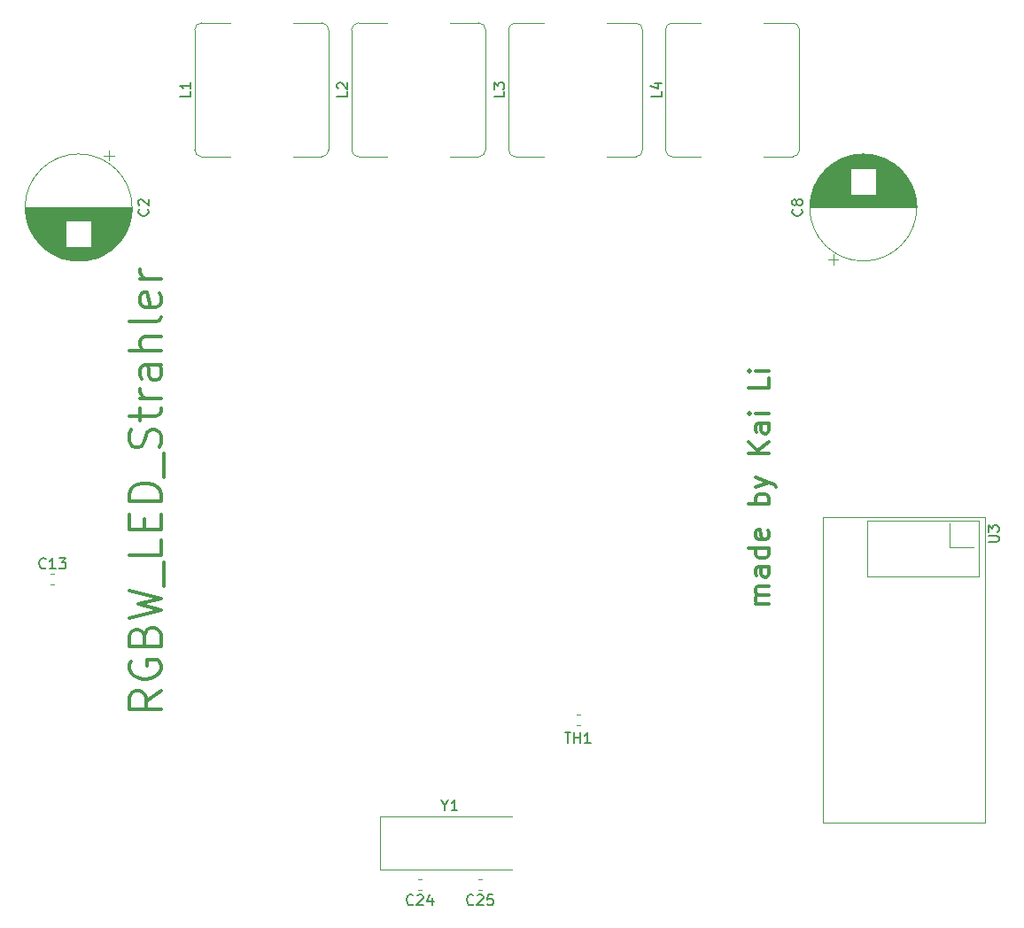
<source format=gto>
G04 #@! TF.GenerationSoftware,KiCad,Pcbnew,(5.1.4)-1*
G04 #@! TF.CreationDate,2019-10-31T11:31:03+01:00*
G04 #@! TF.ProjectId,LED_Strahler,4c45445f-5374-4726-9168-6c65722e6b69,rev?*
G04 #@! TF.SameCoordinates,Original*
G04 #@! TF.FileFunction,Legend,Top*
G04 #@! TF.FilePolarity,Positive*
%FSLAX46Y46*%
G04 Gerber Fmt 4.6, Leading zero omitted, Abs format (unit mm)*
G04 Created by KiCad (PCBNEW (5.1.4)-1) date 2019-10-31 11:31:03*
%MOMM*%
%LPD*%
G04 APERTURE LIST*
%ADD10C,0.300000*%
%ADD11C,0.120000*%
%ADD12C,0.150000*%
G04 APERTURE END LIST*
D10*
X178504761Y-111142857D02*
X177171428Y-111142857D01*
X177361904Y-111142857D02*
X177266666Y-111047619D01*
X177171428Y-110857142D01*
X177171428Y-110571428D01*
X177266666Y-110380952D01*
X177457142Y-110285714D01*
X178504761Y-110285714D01*
X177457142Y-110285714D02*
X177266666Y-110190476D01*
X177171428Y-110000000D01*
X177171428Y-109714285D01*
X177266666Y-109523809D01*
X177457142Y-109428571D01*
X178504761Y-109428571D01*
X178504761Y-107619047D02*
X177457142Y-107619047D01*
X177266666Y-107714285D01*
X177171428Y-107904761D01*
X177171428Y-108285714D01*
X177266666Y-108476190D01*
X178409523Y-107619047D02*
X178504761Y-107809523D01*
X178504761Y-108285714D01*
X178409523Y-108476190D01*
X178219047Y-108571428D01*
X178028571Y-108571428D01*
X177838095Y-108476190D01*
X177742857Y-108285714D01*
X177742857Y-107809523D01*
X177647619Y-107619047D01*
X178504761Y-105809523D02*
X176504761Y-105809523D01*
X178409523Y-105809523D02*
X178504761Y-106000000D01*
X178504761Y-106380952D01*
X178409523Y-106571428D01*
X178314285Y-106666666D01*
X178123809Y-106761904D01*
X177552380Y-106761904D01*
X177361904Y-106666666D01*
X177266666Y-106571428D01*
X177171428Y-106380952D01*
X177171428Y-106000000D01*
X177266666Y-105809523D01*
X178409523Y-104095238D02*
X178504761Y-104285714D01*
X178504761Y-104666666D01*
X178409523Y-104857142D01*
X178219047Y-104952380D01*
X177457142Y-104952380D01*
X177266666Y-104857142D01*
X177171428Y-104666666D01*
X177171428Y-104285714D01*
X177266666Y-104095238D01*
X177457142Y-104000000D01*
X177647619Y-104000000D01*
X177838095Y-104952380D01*
X178504761Y-101619047D02*
X176504761Y-101619047D01*
X177266666Y-101619047D02*
X177171428Y-101428571D01*
X177171428Y-101047619D01*
X177266666Y-100857142D01*
X177361904Y-100761904D01*
X177552380Y-100666666D01*
X178123809Y-100666666D01*
X178314285Y-100761904D01*
X178409523Y-100857142D01*
X178504761Y-101047619D01*
X178504761Y-101428571D01*
X178409523Y-101619047D01*
X177171428Y-100000000D02*
X178504761Y-99523809D01*
X177171428Y-99047619D02*
X178504761Y-99523809D01*
X178980952Y-99714285D01*
X179076190Y-99809523D01*
X179171428Y-100000000D01*
X178504761Y-96761904D02*
X176504761Y-96761904D01*
X178504761Y-95619047D02*
X177361904Y-96476190D01*
X176504761Y-95619047D02*
X177647619Y-96761904D01*
X178504761Y-93904761D02*
X177457142Y-93904761D01*
X177266666Y-94000000D01*
X177171428Y-94190476D01*
X177171428Y-94571428D01*
X177266666Y-94761904D01*
X178409523Y-93904761D02*
X178504761Y-94095238D01*
X178504761Y-94571428D01*
X178409523Y-94761904D01*
X178219047Y-94857142D01*
X178028571Y-94857142D01*
X177838095Y-94761904D01*
X177742857Y-94571428D01*
X177742857Y-94095238D01*
X177647619Y-93904761D01*
X178504761Y-92952380D02*
X177171428Y-92952380D01*
X176504761Y-92952380D02*
X176600000Y-93047619D01*
X176695238Y-92952380D01*
X176600000Y-92857142D01*
X176504761Y-92952380D01*
X176695238Y-92952380D01*
X178504761Y-89523809D02*
X178504761Y-90476190D01*
X176504761Y-90476190D01*
X178504761Y-88857142D02*
X177171428Y-88857142D01*
X176504761Y-88857142D02*
X176600000Y-88952380D01*
X176695238Y-88857142D01*
X176600000Y-88761904D01*
X176504761Y-88857142D01*
X176695238Y-88857142D01*
X120357142Y-119471428D02*
X118928571Y-120471428D01*
X120357142Y-121185714D02*
X117357142Y-121185714D01*
X117357142Y-120042857D01*
X117500000Y-119757142D01*
X117642857Y-119614285D01*
X117928571Y-119471428D01*
X118357142Y-119471428D01*
X118642857Y-119614285D01*
X118785714Y-119757142D01*
X118928571Y-120042857D01*
X118928571Y-121185714D01*
X117500000Y-116614285D02*
X117357142Y-116900000D01*
X117357142Y-117328571D01*
X117500000Y-117757142D01*
X117785714Y-118042857D01*
X118071428Y-118185714D01*
X118642857Y-118328571D01*
X119071428Y-118328571D01*
X119642857Y-118185714D01*
X119928571Y-118042857D01*
X120214285Y-117757142D01*
X120357142Y-117328571D01*
X120357142Y-117042857D01*
X120214285Y-116614285D01*
X120071428Y-116471428D01*
X119071428Y-116471428D01*
X119071428Y-117042857D01*
X118785714Y-114185714D02*
X118928571Y-113757142D01*
X119071428Y-113614285D01*
X119357142Y-113471428D01*
X119785714Y-113471428D01*
X120071428Y-113614285D01*
X120214285Y-113757142D01*
X120357142Y-114042857D01*
X120357142Y-115185714D01*
X117357142Y-115185714D01*
X117357142Y-114185714D01*
X117500000Y-113900000D01*
X117642857Y-113757142D01*
X117928571Y-113614285D01*
X118214285Y-113614285D01*
X118500000Y-113757142D01*
X118642857Y-113900000D01*
X118785714Y-114185714D01*
X118785714Y-115185714D01*
X117357142Y-112471428D02*
X120357142Y-111757142D01*
X118214285Y-111185714D01*
X120357142Y-110614285D01*
X117357142Y-109900000D01*
X120642857Y-109471428D02*
X120642857Y-107185714D01*
X120357142Y-105042857D02*
X120357142Y-106471428D01*
X117357142Y-106471428D01*
X118785714Y-104042857D02*
X118785714Y-103042857D01*
X120357142Y-102614285D02*
X120357142Y-104042857D01*
X117357142Y-104042857D01*
X117357142Y-102614285D01*
X120357142Y-101328571D02*
X117357142Y-101328571D01*
X117357142Y-100614285D01*
X117500000Y-100185714D01*
X117785714Y-99900000D01*
X118071428Y-99757142D01*
X118642857Y-99614285D01*
X119071428Y-99614285D01*
X119642857Y-99757142D01*
X119928571Y-99900000D01*
X120214285Y-100185714D01*
X120357142Y-100614285D01*
X120357142Y-101328571D01*
X120642857Y-99042857D02*
X120642857Y-96757142D01*
X120214285Y-96185714D02*
X120357142Y-95757142D01*
X120357142Y-95042857D01*
X120214285Y-94757142D01*
X120071428Y-94614285D01*
X119785714Y-94471428D01*
X119500000Y-94471428D01*
X119214285Y-94614285D01*
X119071428Y-94757142D01*
X118928571Y-95042857D01*
X118785714Y-95614285D01*
X118642857Y-95900000D01*
X118500000Y-96042857D01*
X118214285Y-96185714D01*
X117928571Y-96185714D01*
X117642857Y-96042857D01*
X117500000Y-95900000D01*
X117357142Y-95614285D01*
X117357142Y-94900000D01*
X117500000Y-94471428D01*
X118357142Y-93614285D02*
X118357142Y-92471428D01*
X117357142Y-93185714D02*
X119928571Y-93185714D01*
X120214285Y-93042857D01*
X120357142Y-92757142D01*
X120357142Y-92471428D01*
X120357142Y-91471428D02*
X118357142Y-91471428D01*
X118928571Y-91471428D02*
X118642857Y-91328571D01*
X118500000Y-91185714D01*
X118357142Y-90900000D01*
X118357142Y-90614285D01*
X120357142Y-88328571D02*
X118785714Y-88328571D01*
X118500000Y-88471428D01*
X118357142Y-88757142D01*
X118357142Y-89328571D01*
X118500000Y-89614285D01*
X120214285Y-88328571D02*
X120357142Y-88614285D01*
X120357142Y-89328571D01*
X120214285Y-89614285D01*
X119928571Y-89757142D01*
X119642857Y-89757142D01*
X119357142Y-89614285D01*
X119214285Y-89328571D01*
X119214285Y-88614285D01*
X119071428Y-88328571D01*
X120357142Y-86900000D02*
X117357142Y-86900000D01*
X120357142Y-85614285D02*
X118785714Y-85614285D01*
X118500000Y-85757142D01*
X118357142Y-86042857D01*
X118357142Y-86471428D01*
X118500000Y-86757142D01*
X118642857Y-86900000D01*
X120357142Y-83757142D02*
X120214285Y-84042857D01*
X119928571Y-84185714D01*
X117357142Y-84185714D01*
X120214285Y-81471428D02*
X120357142Y-81757142D01*
X120357142Y-82328571D01*
X120214285Y-82614285D01*
X119928571Y-82757142D01*
X118785714Y-82757142D01*
X118500000Y-82614285D01*
X118357142Y-82328571D01*
X118357142Y-81757142D01*
X118500000Y-81471428D01*
X118785714Y-81328571D01*
X119071428Y-81328571D01*
X119357142Y-82757142D01*
X120357142Y-80042857D02*
X118357142Y-80042857D01*
X118928571Y-80042857D02*
X118642857Y-79900000D01*
X118500000Y-79757142D01*
X118357142Y-79471428D01*
X118357142Y-79185714D01*
D11*
X141300000Y-136550000D02*
X153900000Y-136550000D01*
X141300000Y-131450000D02*
X141300000Y-136550000D01*
X153900000Y-131450000D02*
X141300000Y-131450000D01*
X151046267Y-137490000D02*
X150703733Y-137490000D01*
X151046267Y-138510000D02*
X150703733Y-138510000D01*
X145296267Y-137490000D02*
X144953733Y-137490000D01*
X145296267Y-138510000D02*
X144953733Y-138510000D01*
X198524000Y-103190000D02*
X198524000Y-103190000D01*
X187856000Y-103190000D02*
X198524000Y-103190000D01*
X199100000Y-102860000D02*
X199100000Y-102860000D01*
X183650000Y-102860000D02*
X199100000Y-102860000D01*
X183650000Y-132060000D02*
X183650000Y-102860000D01*
X199100000Y-132060000D02*
X183650000Y-132060000D01*
X199100000Y-102860000D02*
X199100000Y-132060000D01*
X195730000Y-103444000D02*
X195730000Y-103444000D01*
X195730000Y-105730000D02*
X195730000Y-103444000D01*
X198016000Y-105730000D02*
X195730000Y-105730000D01*
X187856000Y-103190000D02*
X187856000Y-103190000D01*
X187856000Y-108524000D02*
X187856000Y-103190000D01*
X198524000Y-108524000D02*
X187856000Y-108524000D01*
X198524000Y-103190000D02*
X198524000Y-108524000D01*
X160078733Y-122760000D02*
X160421267Y-122760000D01*
X160078733Y-121740000D02*
X160421267Y-121740000D01*
X168600000Y-56250000D02*
G75*
G02X169250000Y-55600000I650000J0D01*
G01*
X180750000Y-55600000D02*
G75*
G02X181400000Y-56250000I0J-650000D01*
G01*
X181400000Y-67750000D02*
G75*
G02X180750000Y-68400000I-650000J0D01*
G01*
X169250000Y-68400000D02*
G75*
G02X168600000Y-67750000I0J650000D01*
G01*
X178000000Y-55600000D02*
X180750000Y-55600000D01*
X178000000Y-68400000D02*
X180750000Y-68400000D01*
X169250000Y-55600000D02*
X172000000Y-55600000D01*
X181400000Y-56250000D02*
X181400000Y-67750000D01*
X169250000Y-68400000D02*
X172000000Y-68400000D01*
X168600000Y-67750000D02*
X168600000Y-56250000D01*
X153600000Y-56250000D02*
G75*
G02X154250000Y-55600000I650000J0D01*
G01*
X165750000Y-55600000D02*
G75*
G02X166400000Y-56250000I0J-650000D01*
G01*
X166400000Y-67750000D02*
G75*
G02X165750000Y-68400000I-650000J0D01*
G01*
X154250000Y-68400000D02*
G75*
G02X153600000Y-67750000I0J650000D01*
G01*
X163000000Y-55600000D02*
X165750000Y-55600000D01*
X163000000Y-68400000D02*
X165750000Y-68400000D01*
X154250000Y-55600000D02*
X157000000Y-55600000D01*
X166400000Y-56250000D02*
X166400000Y-67750000D01*
X154250000Y-68400000D02*
X157000000Y-68400000D01*
X153600000Y-67750000D02*
X153600000Y-56250000D01*
X138600000Y-56250000D02*
G75*
G02X139250000Y-55600000I650000J0D01*
G01*
X150750000Y-55600000D02*
G75*
G02X151400000Y-56250000I0J-650000D01*
G01*
X151400000Y-67750000D02*
G75*
G02X150750000Y-68400000I-650000J0D01*
G01*
X139250000Y-68400000D02*
G75*
G02X138600000Y-67750000I0J650000D01*
G01*
X148000000Y-55600000D02*
X150750000Y-55600000D01*
X148000000Y-68400000D02*
X150750000Y-68400000D01*
X139250000Y-55600000D02*
X142000000Y-55600000D01*
X151400000Y-56250000D02*
X151400000Y-67750000D01*
X139250000Y-68400000D02*
X142000000Y-68400000D01*
X138600000Y-67750000D02*
X138600000Y-56250000D01*
X123600000Y-56250000D02*
G75*
G02X124250000Y-55600000I650000J0D01*
G01*
X135750000Y-55600000D02*
G75*
G02X136400000Y-56250000I0J-650000D01*
G01*
X136400000Y-67750000D02*
G75*
G02X135750000Y-68400000I-650000J0D01*
G01*
X124250000Y-68400000D02*
G75*
G02X123600000Y-67750000I0J650000D01*
G01*
X133000000Y-55600000D02*
X135750000Y-55600000D01*
X133000000Y-68400000D02*
X135750000Y-68400000D01*
X124250000Y-55600000D02*
X127000000Y-55600000D01*
X136400000Y-56250000D02*
X136400000Y-67750000D01*
X124250000Y-68400000D02*
X127000000Y-68400000D01*
X123600000Y-67750000D02*
X123600000Y-56250000D01*
X109828733Y-109260000D02*
X110171267Y-109260000D01*
X109828733Y-108240000D02*
X110171267Y-108240000D01*
X184125000Y-78229646D02*
X185125000Y-78229646D01*
X184625000Y-78729646D02*
X184625000Y-77729646D01*
X186901000Y-68169000D02*
X188099000Y-68169000D01*
X186638000Y-68209000D02*
X188362000Y-68209000D01*
X186438000Y-68249000D02*
X188562000Y-68249000D01*
X186270000Y-68289000D02*
X188730000Y-68289000D01*
X186122000Y-68329000D02*
X188878000Y-68329000D01*
X185990000Y-68369000D02*
X189010000Y-68369000D01*
X185870000Y-68409000D02*
X189130000Y-68409000D01*
X185758000Y-68449000D02*
X189242000Y-68449000D01*
X185654000Y-68489000D02*
X189346000Y-68489000D01*
X185556000Y-68529000D02*
X189444000Y-68529000D01*
X185463000Y-68569000D02*
X189537000Y-68569000D01*
X185375000Y-68609000D02*
X189625000Y-68609000D01*
X185291000Y-68649000D02*
X189709000Y-68649000D01*
X185211000Y-68689000D02*
X189789000Y-68689000D01*
X185135000Y-68729000D02*
X189865000Y-68729000D01*
X185061000Y-68769000D02*
X189939000Y-68769000D01*
X184990000Y-68809000D02*
X190010000Y-68809000D01*
X184921000Y-68849000D02*
X190079000Y-68849000D01*
X184855000Y-68889000D02*
X190145000Y-68889000D01*
X184791000Y-68929000D02*
X190209000Y-68929000D01*
X184730000Y-68969000D02*
X190270000Y-68969000D01*
X184670000Y-69009000D02*
X190330000Y-69009000D01*
X184611000Y-69049000D02*
X190389000Y-69049000D01*
X184555000Y-69089000D02*
X190445000Y-69089000D01*
X184500000Y-69129000D02*
X190500000Y-69129000D01*
X184446000Y-69169000D02*
X190554000Y-69169000D01*
X184394000Y-69209000D02*
X190606000Y-69209000D01*
X184344000Y-69249000D02*
X190656000Y-69249000D01*
X184294000Y-69289000D02*
X190706000Y-69289000D01*
X184246000Y-69329000D02*
X190754000Y-69329000D01*
X184199000Y-69369000D02*
X190801000Y-69369000D01*
X184153000Y-69409000D02*
X190847000Y-69409000D01*
X184108000Y-69449000D02*
X190892000Y-69449000D01*
X184064000Y-69489000D02*
X190936000Y-69489000D01*
X188741000Y-69529000D02*
X190978000Y-69529000D01*
X184022000Y-69529000D02*
X186259000Y-69529000D01*
X188741000Y-69569000D02*
X191020000Y-69569000D01*
X183980000Y-69569000D02*
X186259000Y-69569000D01*
X188741000Y-69609000D02*
X191061000Y-69609000D01*
X183939000Y-69609000D02*
X186259000Y-69609000D01*
X188741000Y-69649000D02*
X191101000Y-69649000D01*
X183899000Y-69649000D02*
X186259000Y-69649000D01*
X188741000Y-69689000D02*
X191140000Y-69689000D01*
X183860000Y-69689000D02*
X186259000Y-69689000D01*
X188741000Y-69729000D02*
X191179000Y-69729000D01*
X183821000Y-69729000D02*
X186259000Y-69729000D01*
X188741000Y-69769000D02*
X191216000Y-69769000D01*
X183784000Y-69769000D02*
X186259000Y-69769000D01*
X188741000Y-69809000D02*
X191253000Y-69809000D01*
X183747000Y-69809000D02*
X186259000Y-69809000D01*
X188741000Y-69849000D02*
X191289000Y-69849000D01*
X183711000Y-69849000D02*
X186259000Y-69849000D01*
X188741000Y-69889000D02*
X191324000Y-69889000D01*
X183676000Y-69889000D02*
X186259000Y-69889000D01*
X188741000Y-69929000D02*
X191358000Y-69929000D01*
X183642000Y-69929000D02*
X186259000Y-69929000D01*
X188741000Y-69969000D02*
X191392000Y-69969000D01*
X183608000Y-69969000D02*
X186259000Y-69969000D01*
X188741000Y-70009000D02*
X191425000Y-70009000D01*
X183575000Y-70009000D02*
X186259000Y-70009000D01*
X188741000Y-70049000D02*
X191457000Y-70049000D01*
X183543000Y-70049000D02*
X186259000Y-70049000D01*
X188741000Y-70089000D02*
X191489000Y-70089000D01*
X183511000Y-70089000D02*
X186259000Y-70089000D01*
X188741000Y-70129000D02*
X191520000Y-70129000D01*
X183480000Y-70129000D02*
X186259000Y-70129000D01*
X188741000Y-70169000D02*
X191550000Y-70169000D01*
X183450000Y-70169000D02*
X186259000Y-70169000D01*
X188741000Y-70209000D02*
X191580000Y-70209000D01*
X183420000Y-70209000D02*
X186259000Y-70209000D01*
X188741000Y-70249000D02*
X191610000Y-70249000D01*
X183390000Y-70249000D02*
X186259000Y-70249000D01*
X188741000Y-70289000D02*
X191638000Y-70289000D01*
X183362000Y-70289000D02*
X186259000Y-70289000D01*
X188741000Y-70329000D02*
X191666000Y-70329000D01*
X183334000Y-70329000D02*
X186259000Y-70329000D01*
X188741000Y-70369000D02*
X191694000Y-70369000D01*
X183306000Y-70369000D02*
X186259000Y-70369000D01*
X188741000Y-70409000D02*
X191721000Y-70409000D01*
X183279000Y-70409000D02*
X186259000Y-70409000D01*
X188741000Y-70449000D02*
X191747000Y-70449000D01*
X183253000Y-70449000D02*
X186259000Y-70449000D01*
X188741000Y-70489000D02*
X191773000Y-70489000D01*
X183227000Y-70489000D02*
X186259000Y-70489000D01*
X188741000Y-70529000D02*
X191798000Y-70529000D01*
X183202000Y-70529000D02*
X186259000Y-70529000D01*
X188741000Y-70569000D02*
X191823000Y-70569000D01*
X183177000Y-70569000D02*
X186259000Y-70569000D01*
X188741000Y-70609000D02*
X191847000Y-70609000D01*
X183153000Y-70609000D02*
X186259000Y-70609000D01*
X188741000Y-70649000D02*
X191871000Y-70649000D01*
X183129000Y-70649000D02*
X186259000Y-70649000D01*
X188741000Y-70689000D02*
X191895000Y-70689000D01*
X183105000Y-70689000D02*
X186259000Y-70689000D01*
X188741000Y-70729000D02*
X191917000Y-70729000D01*
X183083000Y-70729000D02*
X186259000Y-70729000D01*
X188741000Y-70769000D02*
X191940000Y-70769000D01*
X183060000Y-70769000D02*
X186259000Y-70769000D01*
X188741000Y-70809000D02*
X191962000Y-70809000D01*
X183038000Y-70809000D02*
X186259000Y-70809000D01*
X188741000Y-70849000D02*
X191983000Y-70849000D01*
X183017000Y-70849000D02*
X186259000Y-70849000D01*
X188741000Y-70889000D02*
X192004000Y-70889000D01*
X182996000Y-70889000D02*
X186259000Y-70889000D01*
X188741000Y-70929000D02*
X192025000Y-70929000D01*
X182975000Y-70929000D02*
X186259000Y-70929000D01*
X188741000Y-70969000D02*
X192045000Y-70969000D01*
X182955000Y-70969000D02*
X186259000Y-70969000D01*
X188741000Y-71009000D02*
X192064000Y-71009000D01*
X182936000Y-71009000D02*
X186259000Y-71009000D01*
X188741000Y-71049000D02*
X192084000Y-71049000D01*
X182916000Y-71049000D02*
X186259000Y-71049000D01*
X188741000Y-71089000D02*
X192103000Y-71089000D01*
X182897000Y-71089000D02*
X186259000Y-71089000D01*
X188741000Y-71129000D02*
X192121000Y-71129000D01*
X182879000Y-71129000D02*
X186259000Y-71129000D01*
X188741000Y-71169000D02*
X192139000Y-71169000D01*
X182861000Y-71169000D02*
X186259000Y-71169000D01*
X188741000Y-71209000D02*
X192157000Y-71209000D01*
X182843000Y-71209000D02*
X186259000Y-71209000D01*
X188741000Y-71249000D02*
X192174000Y-71249000D01*
X182826000Y-71249000D02*
X186259000Y-71249000D01*
X188741000Y-71289000D02*
X192190000Y-71289000D01*
X182810000Y-71289000D02*
X186259000Y-71289000D01*
X188741000Y-71329000D02*
X192207000Y-71329000D01*
X182793000Y-71329000D02*
X186259000Y-71329000D01*
X188741000Y-71369000D02*
X192223000Y-71369000D01*
X182777000Y-71369000D02*
X186259000Y-71369000D01*
X188741000Y-71409000D02*
X192238000Y-71409000D01*
X182762000Y-71409000D02*
X186259000Y-71409000D01*
X188741000Y-71449000D02*
X192254000Y-71449000D01*
X182746000Y-71449000D02*
X186259000Y-71449000D01*
X188741000Y-71489000D02*
X192268000Y-71489000D01*
X182732000Y-71489000D02*
X186259000Y-71489000D01*
X188741000Y-71529000D02*
X192283000Y-71529000D01*
X182717000Y-71529000D02*
X186259000Y-71529000D01*
X188741000Y-71569000D02*
X192297000Y-71569000D01*
X182703000Y-71569000D02*
X186259000Y-71569000D01*
X188741000Y-71609000D02*
X192311000Y-71609000D01*
X182689000Y-71609000D02*
X186259000Y-71609000D01*
X188741000Y-71649000D02*
X192324000Y-71649000D01*
X182676000Y-71649000D02*
X186259000Y-71649000D01*
X188741000Y-71689000D02*
X192337000Y-71689000D01*
X182663000Y-71689000D02*
X186259000Y-71689000D01*
X188741000Y-71729000D02*
X192350000Y-71729000D01*
X182650000Y-71729000D02*
X186259000Y-71729000D01*
X188741000Y-71769000D02*
X192362000Y-71769000D01*
X182638000Y-71769000D02*
X186259000Y-71769000D01*
X188741000Y-71809000D02*
X192374000Y-71809000D01*
X182626000Y-71809000D02*
X186259000Y-71809000D01*
X188741000Y-71849000D02*
X192385000Y-71849000D01*
X182615000Y-71849000D02*
X186259000Y-71849000D01*
X188741000Y-71889000D02*
X192397000Y-71889000D01*
X182603000Y-71889000D02*
X186259000Y-71889000D01*
X188741000Y-71929000D02*
X192407000Y-71929000D01*
X182593000Y-71929000D02*
X186259000Y-71929000D01*
X188741000Y-71969000D02*
X192418000Y-71969000D01*
X182582000Y-71969000D02*
X186259000Y-71969000D01*
X182572000Y-72009000D02*
X192428000Y-72009000D01*
X182562000Y-72049000D02*
X192438000Y-72049000D01*
X182553000Y-72089000D02*
X192447000Y-72089000D01*
X182544000Y-72129000D02*
X192456000Y-72129000D01*
X182535000Y-72169000D02*
X192465000Y-72169000D01*
X182526000Y-72209000D02*
X192474000Y-72209000D01*
X182518000Y-72249000D02*
X192482000Y-72249000D01*
X182510000Y-72289000D02*
X192490000Y-72289000D01*
X182503000Y-72329000D02*
X192497000Y-72329000D01*
X182496000Y-72369000D02*
X192504000Y-72369000D01*
X182489000Y-72409000D02*
X192511000Y-72409000D01*
X182482000Y-72449000D02*
X192518000Y-72449000D01*
X182476000Y-72489000D02*
X192524000Y-72489000D01*
X182470000Y-72529000D02*
X192530000Y-72529000D01*
X182465000Y-72570000D02*
X192535000Y-72570000D01*
X182460000Y-72610000D02*
X192540000Y-72610000D01*
X182455000Y-72650000D02*
X192545000Y-72650000D01*
X182450000Y-72690000D02*
X192550000Y-72690000D01*
X182446000Y-72730000D02*
X192554000Y-72730000D01*
X182442000Y-72770000D02*
X192558000Y-72770000D01*
X182438000Y-72810000D02*
X192562000Y-72810000D01*
X182435000Y-72850000D02*
X192565000Y-72850000D01*
X182432000Y-72890000D02*
X192568000Y-72890000D01*
X182430000Y-72930000D02*
X192570000Y-72930000D01*
X182427000Y-72970000D02*
X192573000Y-72970000D01*
X182425000Y-73010000D02*
X192575000Y-73010000D01*
X182423000Y-73050000D02*
X192577000Y-73050000D01*
X182422000Y-73090000D02*
X192578000Y-73090000D01*
X182421000Y-73130000D02*
X192579000Y-73130000D01*
X182420000Y-73170000D02*
X192580000Y-73170000D01*
X182420000Y-73210000D02*
X192580000Y-73210000D01*
X182420000Y-73250000D02*
X192580000Y-73250000D01*
X192620000Y-73250000D02*
G75*
G03X192620000Y-73250000I-5120000J0D01*
G01*
X115875000Y-68270354D02*
X114875000Y-68270354D01*
X115375000Y-67770354D02*
X115375000Y-68770354D01*
X113099000Y-78331000D02*
X111901000Y-78331000D01*
X113362000Y-78291000D02*
X111638000Y-78291000D01*
X113562000Y-78251000D02*
X111438000Y-78251000D01*
X113730000Y-78211000D02*
X111270000Y-78211000D01*
X113878000Y-78171000D02*
X111122000Y-78171000D01*
X114010000Y-78131000D02*
X110990000Y-78131000D01*
X114130000Y-78091000D02*
X110870000Y-78091000D01*
X114242000Y-78051000D02*
X110758000Y-78051000D01*
X114346000Y-78011000D02*
X110654000Y-78011000D01*
X114444000Y-77971000D02*
X110556000Y-77971000D01*
X114537000Y-77931000D02*
X110463000Y-77931000D01*
X114625000Y-77891000D02*
X110375000Y-77891000D01*
X114709000Y-77851000D02*
X110291000Y-77851000D01*
X114789000Y-77811000D02*
X110211000Y-77811000D01*
X114865000Y-77771000D02*
X110135000Y-77771000D01*
X114939000Y-77731000D02*
X110061000Y-77731000D01*
X115010000Y-77691000D02*
X109990000Y-77691000D01*
X115079000Y-77651000D02*
X109921000Y-77651000D01*
X115145000Y-77611000D02*
X109855000Y-77611000D01*
X115209000Y-77571000D02*
X109791000Y-77571000D01*
X115270000Y-77531000D02*
X109730000Y-77531000D01*
X115330000Y-77491000D02*
X109670000Y-77491000D01*
X115389000Y-77451000D02*
X109611000Y-77451000D01*
X115445000Y-77411000D02*
X109555000Y-77411000D01*
X115500000Y-77371000D02*
X109500000Y-77371000D01*
X115554000Y-77331000D02*
X109446000Y-77331000D01*
X115606000Y-77291000D02*
X109394000Y-77291000D01*
X115656000Y-77251000D02*
X109344000Y-77251000D01*
X115706000Y-77211000D02*
X109294000Y-77211000D01*
X115754000Y-77171000D02*
X109246000Y-77171000D01*
X115801000Y-77131000D02*
X109199000Y-77131000D01*
X115847000Y-77091000D02*
X109153000Y-77091000D01*
X115892000Y-77051000D02*
X109108000Y-77051000D01*
X115936000Y-77011000D02*
X109064000Y-77011000D01*
X111259000Y-76971000D02*
X109022000Y-76971000D01*
X115978000Y-76971000D02*
X113741000Y-76971000D01*
X111259000Y-76931000D02*
X108980000Y-76931000D01*
X116020000Y-76931000D02*
X113741000Y-76931000D01*
X111259000Y-76891000D02*
X108939000Y-76891000D01*
X116061000Y-76891000D02*
X113741000Y-76891000D01*
X111259000Y-76851000D02*
X108899000Y-76851000D01*
X116101000Y-76851000D02*
X113741000Y-76851000D01*
X111259000Y-76811000D02*
X108860000Y-76811000D01*
X116140000Y-76811000D02*
X113741000Y-76811000D01*
X111259000Y-76771000D02*
X108821000Y-76771000D01*
X116179000Y-76771000D02*
X113741000Y-76771000D01*
X111259000Y-76731000D02*
X108784000Y-76731000D01*
X116216000Y-76731000D02*
X113741000Y-76731000D01*
X111259000Y-76691000D02*
X108747000Y-76691000D01*
X116253000Y-76691000D02*
X113741000Y-76691000D01*
X111259000Y-76651000D02*
X108711000Y-76651000D01*
X116289000Y-76651000D02*
X113741000Y-76651000D01*
X111259000Y-76611000D02*
X108676000Y-76611000D01*
X116324000Y-76611000D02*
X113741000Y-76611000D01*
X111259000Y-76571000D02*
X108642000Y-76571000D01*
X116358000Y-76571000D02*
X113741000Y-76571000D01*
X111259000Y-76531000D02*
X108608000Y-76531000D01*
X116392000Y-76531000D02*
X113741000Y-76531000D01*
X111259000Y-76491000D02*
X108575000Y-76491000D01*
X116425000Y-76491000D02*
X113741000Y-76491000D01*
X111259000Y-76451000D02*
X108543000Y-76451000D01*
X116457000Y-76451000D02*
X113741000Y-76451000D01*
X111259000Y-76411000D02*
X108511000Y-76411000D01*
X116489000Y-76411000D02*
X113741000Y-76411000D01*
X111259000Y-76371000D02*
X108480000Y-76371000D01*
X116520000Y-76371000D02*
X113741000Y-76371000D01*
X111259000Y-76331000D02*
X108450000Y-76331000D01*
X116550000Y-76331000D02*
X113741000Y-76331000D01*
X111259000Y-76291000D02*
X108420000Y-76291000D01*
X116580000Y-76291000D02*
X113741000Y-76291000D01*
X111259000Y-76251000D02*
X108390000Y-76251000D01*
X116610000Y-76251000D02*
X113741000Y-76251000D01*
X111259000Y-76211000D02*
X108362000Y-76211000D01*
X116638000Y-76211000D02*
X113741000Y-76211000D01*
X111259000Y-76171000D02*
X108334000Y-76171000D01*
X116666000Y-76171000D02*
X113741000Y-76171000D01*
X111259000Y-76131000D02*
X108306000Y-76131000D01*
X116694000Y-76131000D02*
X113741000Y-76131000D01*
X111259000Y-76091000D02*
X108279000Y-76091000D01*
X116721000Y-76091000D02*
X113741000Y-76091000D01*
X111259000Y-76051000D02*
X108253000Y-76051000D01*
X116747000Y-76051000D02*
X113741000Y-76051000D01*
X111259000Y-76011000D02*
X108227000Y-76011000D01*
X116773000Y-76011000D02*
X113741000Y-76011000D01*
X111259000Y-75971000D02*
X108202000Y-75971000D01*
X116798000Y-75971000D02*
X113741000Y-75971000D01*
X111259000Y-75931000D02*
X108177000Y-75931000D01*
X116823000Y-75931000D02*
X113741000Y-75931000D01*
X111259000Y-75891000D02*
X108153000Y-75891000D01*
X116847000Y-75891000D02*
X113741000Y-75891000D01*
X111259000Y-75851000D02*
X108129000Y-75851000D01*
X116871000Y-75851000D02*
X113741000Y-75851000D01*
X111259000Y-75811000D02*
X108105000Y-75811000D01*
X116895000Y-75811000D02*
X113741000Y-75811000D01*
X111259000Y-75771000D02*
X108083000Y-75771000D01*
X116917000Y-75771000D02*
X113741000Y-75771000D01*
X111259000Y-75731000D02*
X108060000Y-75731000D01*
X116940000Y-75731000D02*
X113741000Y-75731000D01*
X111259000Y-75691000D02*
X108038000Y-75691000D01*
X116962000Y-75691000D02*
X113741000Y-75691000D01*
X111259000Y-75651000D02*
X108017000Y-75651000D01*
X116983000Y-75651000D02*
X113741000Y-75651000D01*
X111259000Y-75611000D02*
X107996000Y-75611000D01*
X117004000Y-75611000D02*
X113741000Y-75611000D01*
X111259000Y-75571000D02*
X107975000Y-75571000D01*
X117025000Y-75571000D02*
X113741000Y-75571000D01*
X111259000Y-75531000D02*
X107955000Y-75531000D01*
X117045000Y-75531000D02*
X113741000Y-75531000D01*
X111259000Y-75491000D02*
X107936000Y-75491000D01*
X117064000Y-75491000D02*
X113741000Y-75491000D01*
X111259000Y-75451000D02*
X107916000Y-75451000D01*
X117084000Y-75451000D02*
X113741000Y-75451000D01*
X111259000Y-75411000D02*
X107897000Y-75411000D01*
X117103000Y-75411000D02*
X113741000Y-75411000D01*
X111259000Y-75371000D02*
X107879000Y-75371000D01*
X117121000Y-75371000D02*
X113741000Y-75371000D01*
X111259000Y-75331000D02*
X107861000Y-75331000D01*
X117139000Y-75331000D02*
X113741000Y-75331000D01*
X111259000Y-75291000D02*
X107843000Y-75291000D01*
X117157000Y-75291000D02*
X113741000Y-75291000D01*
X111259000Y-75251000D02*
X107826000Y-75251000D01*
X117174000Y-75251000D02*
X113741000Y-75251000D01*
X111259000Y-75211000D02*
X107810000Y-75211000D01*
X117190000Y-75211000D02*
X113741000Y-75211000D01*
X111259000Y-75171000D02*
X107793000Y-75171000D01*
X117207000Y-75171000D02*
X113741000Y-75171000D01*
X111259000Y-75131000D02*
X107777000Y-75131000D01*
X117223000Y-75131000D02*
X113741000Y-75131000D01*
X111259000Y-75091000D02*
X107762000Y-75091000D01*
X117238000Y-75091000D02*
X113741000Y-75091000D01*
X111259000Y-75051000D02*
X107746000Y-75051000D01*
X117254000Y-75051000D02*
X113741000Y-75051000D01*
X111259000Y-75011000D02*
X107732000Y-75011000D01*
X117268000Y-75011000D02*
X113741000Y-75011000D01*
X111259000Y-74971000D02*
X107717000Y-74971000D01*
X117283000Y-74971000D02*
X113741000Y-74971000D01*
X111259000Y-74931000D02*
X107703000Y-74931000D01*
X117297000Y-74931000D02*
X113741000Y-74931000D01*
X111259000Y-74891000D02*
X107689000Y-74891000D01*
X117311000Y-74891000D02*
X113741000Y-74891000D01*
X111259000Y-74851000D02*
X107676000Y-74851000D01*
X117324000Y-74851000D02*
X113741000Y-74851000D01*
X111259000Y-74811000D02*
X107663000Y-74811000D01*
X117337000Y-74811000D02*
X113741000Y-74811000D01*
X111259000Y-74771000D02*
X107650000Y-74771000D01*
X117350000Y-74771000D02*
X113741000Y-74771000D01*
X111259000Y-74731000D02*
X107638000Y-74731000D01*
X117362000Y-74731000D02*
X113741000Y-74731000D01*
X111259000Y-74691000D02*
X107626000Y-74691000D01*
X117374000Y-74691000D02*
X113741000Y-74691000D01*
X111259000Y-74651000D02*
X107615000Y-74651000D01*
X117385000Y-74651000D02*
X113741000Y-74651000D01*
X111259000Y-74611000D02*
X107603000Y-74611000D01*
X117397000Y-74611000D02*
X113741000Y-74611000D01*
X111259000Y-74571000D02*
X107593000Y-74571000D01*
X117407000Y-74571000D02*
X113741000Y-74571000D01*
X111259000Y-74531000D02*
X107582000Y-74531000D01*
X117418000Y-74531000D02*
X113741000Y-74531000D01*
X117428000Y-74491000D02*
X107572000Y-74491000D01*
X117438000Y-74451000D02*
X107562000Y-74451000D01*
X117447000Y-74411000D02*
X107553000Y-74411000D01*
X117456000Y-74371000D02*
X107544000Y-74371000D01*
X117465000Y-74331000D02*
X107535000Y-74331000D01*
X117474000Y-74291000D02*
X107526000Y-74291000D01*
X117482000Y-74251000D02*
X107518000Y-74251000D01*
X117490000Y-74211000D02*
X107510000Y-74211000D01*
X117497000Y-74171000D02*
X107503000Y-74171000D01*
X117504000Y-74131000D02*
X107496000Y-74131000D01*
X117511000Y-74091000D02*
X107489000Y-74091000D01*
X117518000Y-74051000D02*
X107482000Y-74051000D01*
X117524000Y-74011000D02*
X107476000Y-74011000D01*
X117530000Y-73971000D02*
X107470000Y-73971000D01*
X117535000Y-73930000D02*
X107465000Y-73930000D01*
X117540000Y-73890000D02*
X107460000Y-73890000D01*
X117545000Y-73850000D02*
X107455000Y-73850000D01*
X117550000Y-73810000D02*
X107450000Y-73810000D01*
X117554000Y-73770000D02*
X107446000Y-73770000D01*
X117558000Y-73730000D02*
X107442000Y-73730000D01*
X117562000Y-73690000D02*
X107438000Y-73690000D01*
X117565000Y-73650000D02*
X107435000Y-73650000D01*
X117568000Y-73610000D02*
X107432000Y-73610000D01*
X117570000Y-73570000D02*
X107430000Y-73570000D01*
X117573000Y-73530000D02*
X107427000Y-73530000D01*
X117575000Y-73490000D02*
X107425000Y-73490000D01*
X117577000Y-73450000D02*
X107423000Y-73450000D01*
X117578000Y-73410000D02*
X107422000Y-73410000D01*
X117579000Y-73370000D02*
X107421000Y-73370000D01*
X117580000Y-73330000D02*
X107420000Y-73330000D01*
X117580000Y-73290000D02*
X107420000Y-73290000D01*
X117580000Y-73250000D02*
X107420000Y-73250000D01*
X117620000Y-73250000D02*
G75*
G03X117620000Y-73250000I-5120000J0D01*
G01*
D12*
X147523809Y-130426190D02*
X147523809Y-130902380D01*
X147190476Y-129902380D02*
X147523809Y-130426190D01*
X147857142Y-129902380D01*
X148714285Y-130902380D02*
X148142857Y-130902380D01*
X148428571Y-130902380D02*
X148428571Y-129902380D01*
X148333333Y-130045238D01*
X148238095Y-130140476D01*
X148142857Y-130188095D01*
X150232142Y-139857142D02*
X150184523Y-139904761D01*
X150041666Y-139952380D01*
X149946428Y-139952380D01*
X149803571Y-139904761D01*
X149708333Y-139809523D01*
X149660714Y-139714285D01*
X149613095Y-139523809D01*
X149613095Y-139380952D01*
X149660714Y-139190476D01*
X149708333Y-139095238D01*
X149803571Y-139000000D01*
X149946428Y-138952380D01*
X150041666Y-138952380D01*
X150184523Y-139000000D01*
X150232142Y-139047619D01*
X150613095Y-139047619D02*
X150660714Y-139000000D01*
X150755952Y-138952380D01*
X150994047Y-138952380D01*
X151089285Y-139000000D01*
X151136904Y-139047619D01*
X151184523Y-139142857D01*
X151184523Y-139238095D01*
X151136904Y-139380952D01*
X150565476Y-139952380D01*
X151184523Y-139952380D01*
X152089285Y-138952380D02*
X151613095Y-138952380D01*
X151565476Y-139428571D01*
X151613095Y-139380952D01*
X151708333Y-139333333D01*
X151946428Y-139333333D01*
X152041666Y-139380952D01*
X152089285Y-139428571D01*
X152136904Y-139523809D01*
X152136904Y-139761904D01*
X152089285Y-139857142D01*
X152041666Y-139904761D01*
X151946428Y-139952380D01*
X151708333Y-139952380D01*
X151613095Y-139904761D01*
X151565476Y-139857142D01*
X144482142Y-139857142D02*
X144434523Y-139904761D01*
X144291666Y-139952380D01*
X144196428Y-139952380D01*
X144053571Y-139904761D01*
X143958333Y-139809523D01*
X143910714Y-139714285D01*
X143863095Y-139523809D01*
X143863095Y-139380952D01*
X143910714Y-139190476D01*
X143958333Y-139095238D01*
X144053571Y-139000000D01*
X144196428Y-138952380D01*
X144291666Y-138952380D01*
X144434523Y-139000000D01*
X144482142Y-139047619D01*
X144863095Y-139047619D02*
X144910714Y-139000000D01*
X145005952Y-138952380D01*
X145244047Y-138952380D01*
X145339285Y-139000000D01*
X145386904Y-139047619D01*
X145434523Y-139142857D01*
X145434523Y-139238095D01*
X145386904Y-139380952D01*
X144815476Y-139952380D01*
X145434523Y-139952380D01*
X146291666Y-139285714D02*
X146291666Y-139952380D01*
X146053571Y-138904761D02*
X145815476Y-139619047D01*
X146434523Y-139619047D01*
X199452380Y-105221904D02*
X200261904Y-105221904D01*
X200357142Y-105174285D01*
X200404761Y-105126666D01*
X200452380Y-105031428D01*
X200452380Y-104840952D01*
X200404761Y-104745714D01*
X200357142Y-104698095D01*
X200261904Y-104650476D01*
X199452380Y-104650476D01*
X199452380Y-104269523D02*
X199452380Y-103650476D01*
X199833333Y-103983809D01*
X199833333Y-103840952D01*
X199880952Y-103745714D01*
X199928571Y-103698095D01*
X200023809Y-103650476D01*
X200261904Y-103650476D01*
X200357142Y-103698095D01*
X200404761Y-103745714D01*
X200452380Y-103840952D01*
X200452380Y-104126666D01*
X200404761Y-104221904D01*
X200357142Y-104269523D01*
X158964285Y-123452380D02*
X159535714Y-123452380D01*
X159250000Y-124452380D02*
X159250000Y-123452380D01*
X159869047Y-124452380D02*
X159869047Y-123452380D01*
X159869047Y-123928571D02*
X160440476Y-123928571D01*
X160440476Y-124452380D02*
X160440476Y-123452380D01*
X161440476Y-124452380D02*
X160869047Y-124452380D01*
X161154761Y-124452380D02*
X161154761Y-123452380D01*
X161059523Y-123595238D01*
X160964285Y-123690476D01*
X160869047Y-123738095D01*
X168202380Y-62166666D02*
X168202380Y-62642857D01*
X167202380Y-62642857D01*
X167535714Y-61404761D02*
X168202380Y-61404761D01*
X167154761Y-61642857D02*
X167869047Y-61880952D01*
X167869047Y-61261904D01*
X153202380Y-62166666D02*
X153202380Y-62642857D01*
X152202380Y-62642857D01*
X152202380Y-61928571D02*
X152202380Y-61309523D01*
X152583333Y-61642857D01*
X152583333Y-61500000D01*
X152630952Y-61404761D01*
X152678571Y-61357142D01*
X152773809Y-61309523D01*
X153011904Y-61309523D01*
X153107142Y-61357142D01*
X153154761Y-61404761D01*
X153202380Y-61500000D01*
X153202380Y-61785714D01*
X153154761Y-61880952D01*
X153107142Y-61928571D01*
X138202380Y-62166666D02*
X138202380Y-62642857D01*
X137202380Y-62642857D01*
X137297619Y-61880952D02*
X137250000Y-61833333D01*
X137202380Y-61738095D01*
X137202380Y-61500000D01*
X137250000Y-61404761D01*
X137297619Y-61357142D01*
X137392857Y-61309523D01*
X137488095Y-61309523D01*
X137630952Y-61357142D01*
X138202380Y-61928571D01*
X138202380Y-61309523D01*
X123202380Y-62166666D02*
X123202380Y-62642857D01*
X122202380Y-62642857D01*
X123202380Y-61309523D02*
X123202380Y-61880952D01*
X123202380Y-61595238D02*
X122202380Y-61595238D01*
X122345238Y-61690476D01*
X122440476Y-61785714D01*
X122488095Y-61880952D01*
X109357142Y-107677142D02*
X109309523Y-107724761D01*
X109166666Y-107772380D01*
X109071428Y-107772380D01*
X108928571Y-107724761D01*
X108833333Y-107629523D01*
X108785714Y-107534285D01*
X108738095Y-107343809D01*
X108738095Y-107200952D01*
X108785714Y-107010476D01*
X108833333Y-106915238D01*
X108928571Y-106820000D01*
X109071428Y-106772380D01*
X109166666Y-106772380D01*
X109309523Y-106820000D01*
X109357142Y-106867619D01*
X110309523Y-107772380D02*
X109738095Y-107772380D01*
X110023809Y-107772380D02*
X110023809Y-106772380D01*
X109928571Y-106915238D01*
X109833333Y-107010476D01*
X109738095Y-107058095D01*
X110642857Y-106772380D02*
X111261904Y-106772380D01*
X110928571Y-107153333D01*
X111071428Y-107153333D01*
X111166666Y-107200952D01*
X111214285Y-107248571D01*
X111261904Y-107343809D01*
X111261904Y-107581904D01*
X111214285Y-107677142D01*
X111166666Y-107724761D01*
X111071428Y-107772380D01*
X110785714Y-107772380D01*
X110690476Y-107724761D01*
X110642857Y-107677142D01*
X181607142Y-73416666D02*
X181654761Y-73464285D01*
X181702380Y-73607142D01*
X181702380Y-73702380D01*
X181654761Y-73845238D01*
X181559523Y-73940476D01*
X181464285Y-73988095D01*
X181273809Y-74035714D01*
X181130952Y-74035714D01*
X180940476Y-73988095D01*
X180845238Y-73940476D01*
X180750000Y-73845238D01*
X180702380Y-73702380D01*
X180702380Y-73607142D01*
X180750000Y-73464285D01*
X180797619Y-73416666D01*
X181130952Y-72845238D02*
X181083333Y-72940476D01*
X181035714Y-72988095D01*
X180940476Y-73035714D01*
X180892857Y-73035714D01*
X180797619Y-72988095D01*
X180750000Y-72940476D01*
X180702380Y-72845238D01*
X180702380Y-72654761D01*
X180750000Y-72559523D01*
X180797619Y-72511904D01*
X180892857Y-72464285D01*
X180940476Y-72464285D01*
X181035714Y-72511904D01*
X181083333Y-72559523D01*
X181130952Y-72654761D01*
X181130952Y-72845238D01*
X181178571Y-72940476D01*
X181226190Y-72988095D01*
X181321428Y-73035714D01*
X181511904Y-73035714D01*
X181607142Y-72988095D01*
X181654761Y-72940476D01*
X181702380Y-72845238D01*
X181702380Y-72654761D01*
X181654761Y-72559523D01*
X181607142Y-72511904D01*
X181511904Y-72464285D01*
X181321428Y-72464285D01*
X181226190Y-72511904D01*
X181178571Y-72559523D01*
X181130952Y-72654761D01*
X119107142Y-73416666D02*
X119154761Y-73464285D01*
X119202380Y-73607142D01*
X119202380Y-73702380D01*
X119154761Y-73845238D01*
X119059523Y-73940476D01*
X118964285Y-73988095D01*
X118773809Y-74035714D01*
X118630952Y-74035714D01*
X118440476Y-73988095D01*
X118345238Y-73940476D01*
X118250000Y-73845238D01*
X118202380Y-73702380D01*
X118202380Y-73607142D01*
X118250000Y-73464285D01*
X118297619Y-73416666D01*
X118297619Y-73035714D02*
X118250000Y-72988095D01*
X118202380Y-72892857D01*
X118202380Y-72654761D01*
X118250000Y-72559523D01*
X118297619Y-72511904D01*
X118392857Y-72464285D01*
X118488095Y-72464285D01*
X118630952Y-72511904D01*
X119202380Y-73083333D01*
X119202380Y-72464285D01*
M02*

</source>
